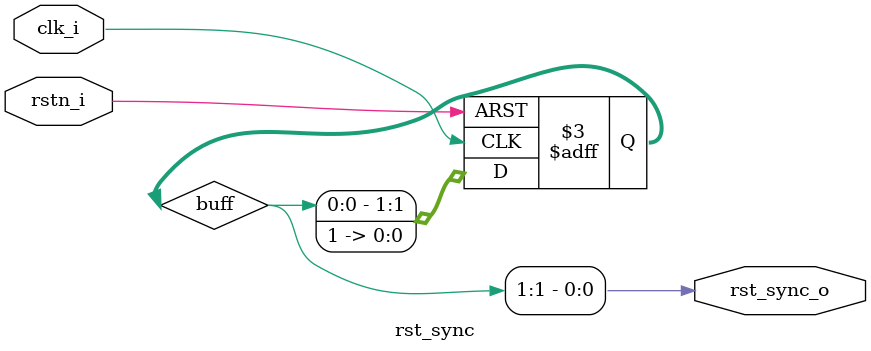
<source format=sv>
module rst_sync #(
  parameter D = 2
)(
  input        clk_i,
  input        rstn_i,
  output logic rst_sync_o
);
  
  logic [ D-1 : 0 ] buff;

  always_ff @(posedge clk_i or negedge rstn_i) begin
    if (!rstn_i) begin
      buff <= '0;
    end else begin
      buff <= { buff [ 0 +: D-1 ], 1'b1 };
    end
  end

  assign rst_sync_o = buff[D-1];
    
endmodule

</source>
